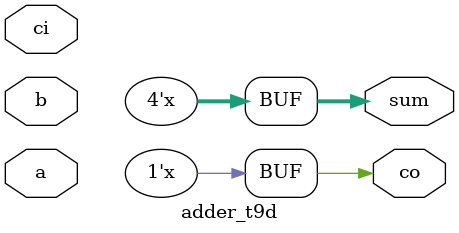
<source format=sv>




module adder_t9d (co, sum, a, b, ci);
output co;
output [3:0] sum;
input [3:0] a, b;
input ci;
reg co;
reg [3:0] sum;
reg [4:0] tmp;
always @(a or b or ci or tmp) begin
tmp <= a + b + ci;
{co, sum} <= #12 tmp;
end
endmodule

</source>
